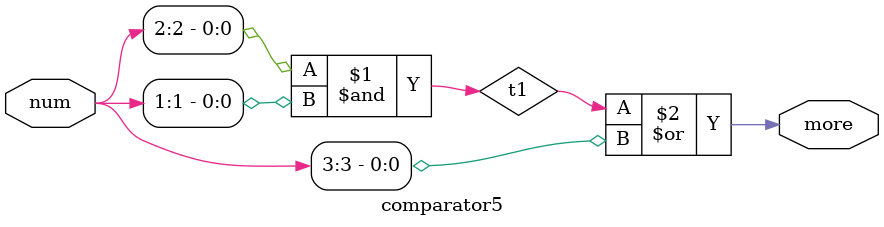
<source format=sv>
module comparator5(input logic[3:0] num,output logic more);

and a0(t1,num[2],num[1]);
or o0(more,t1,num[3]);

endmodule
</source>
